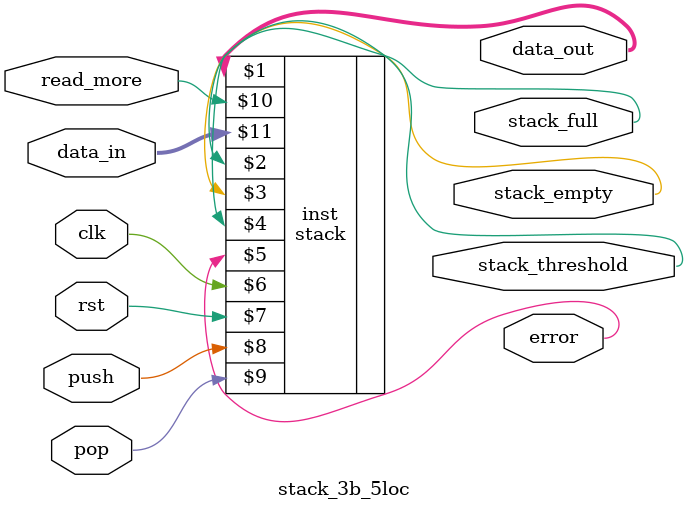
<source format=v>
`timescale 1ns / 1ps
module stack_3b_5loc(data_out, stack_full, stack_empty, stack_threshold, error, clk, rst, push, pop, read_more, data_in
    );
	 
  input push, pop, clk, rst, read_more;  

  input[3:0] data_in;

  output[3-1:0] data_out;  

  output stack_full, stack_empty, stack_threshold, error;  

stack #(.DATA_WIDTH(3), .STACK_DEPTH(5)) inst(data_out, stack_full, stack_empty, stack_threshold, error, clk, rst, push, pop, read_more, data_in);
endmodule
</source>
